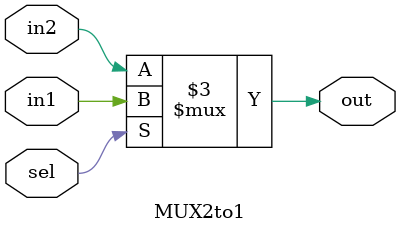
<source format=v>
module MUX2to1(input in1, 
               input in2,
               input sel,
               output out);

reg out;

always@ (in1 or in2 or sel) 
begin

    if (sel) 
        out = in1;
    else 
        out = in2;

end

endmodule

</source>
